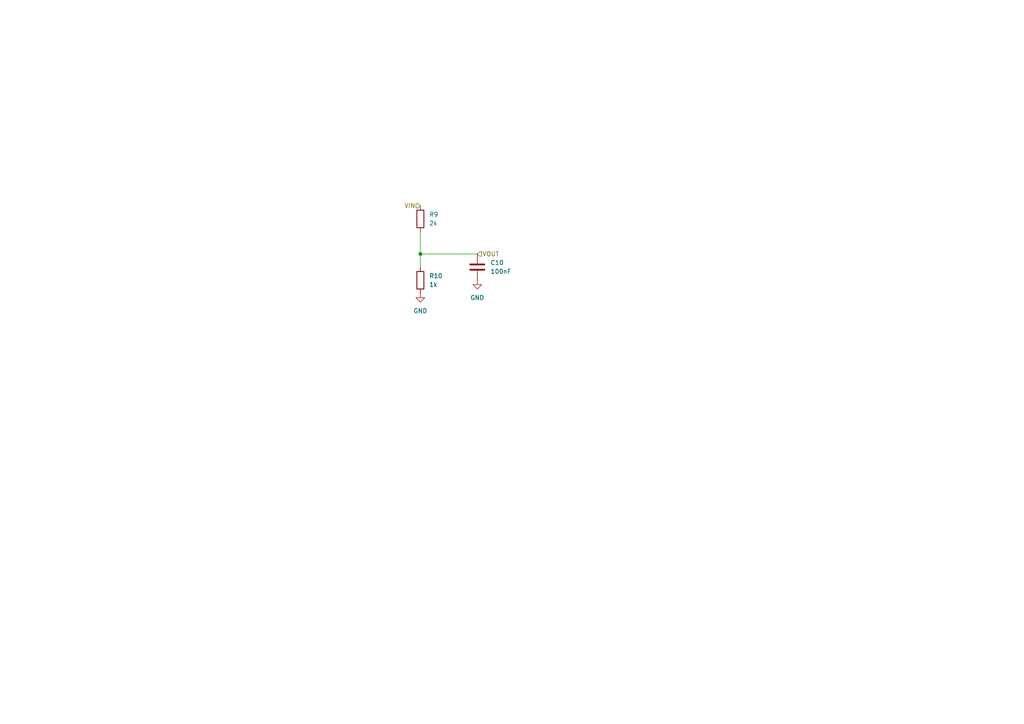
<source format=kicad_sch>
(kicad_sch (version 20231120) (generator "eeschema") (generator_version "8.0")
  (paper "A4")
  (lib_symbols
    (symbol "Device:C" (pin_numbers hide) (pin_names (offset 0.254))
      (property "Reference" "C" (at 0.635 2.54 0))
      (property "Value" "C" (at 0.635 -2.54 0))
      (symbol "C_0_1"
        (polyline (pts (xy -2.032 -0.762) (xy 2.032 -0.762)) (stroke (width 0.508)))
        (polyline (pts (xy -2.032 0.762) (xy 2.032 0.762)) (stroke (width 0.508)))
      )
      (symbol "C_1_1"
        (pin passive line (at 0 3.81 270) (length 2.794) (name "~") (number "1"))
        (pin passive line (at 0 -3.81 90) (length 2.794) (name "~") (number "2"))
      )
    )
    (symbol "Device:R" (pin_numbers hide) (pin_names (offset 0))
      (property "Reference" "R" (at 2.032 0 90))
      (property "Value" "R" (at 0 0 90))
      (symbol "R_0_1"
        (rectangle (start -1.016 -2.54) (end 1.016 2.54) (stroke (width 0.254)))
      )
      (symbol "R_1_1"
        (pin passive line (at 0 3.81 270) (length 1.27) (name "~") (number "1"))
        (pin passive line (at 0 -3.81 90) (length 1.27) (name "~") (number "2"))
      )
    )
    (symbol "power:GND" (power) (pin_numbers hide) (pin_names (offset 0) hide)
      (property "Value" "GND" (at 0 -3.81 0))
      (symbol "GND_0_1"
        (polyline (pts (xy 0 0) (xy 0 -1.27) (xy 1.27 -1.27) (xy 0 -2.54) (xy -1.27 -1.27) (xy 0 -1.27)))
      )
      (symbol "GND_1_1"
        (pin power_in line (at 0 0 270) (length 0) (name "~") (number "1"))
      )
    )
  )
  (junction (at 121.92 73.66))
  (wire (pts (xy 121.92 67.31) (xy 121.92 73.66)))
  (wire (pts (xy 121.92 73.66) (xy 121.92 77.47)))
  (wire (pts (xy 121.92 73.66) (xy 138.43 73.66)))
  (hierarchical_label "VIN" (shape input) (at 121.92 59.69 180))
  (hierarchical_label "VOUT" (shape input) (at 138.43 73.66 0))
  (symbol (lib_id "power:GND") (at 121.92 85.09 0) (unit 1)
    (property "Reference" "#PWR025" (effects (hide yes)))
    (property "Value" "GND" (at 121.92 90.17 0))
    (property "Description" "Power symbol creates a global label with name \"GND\" , ground" (effects (hide yes)))
  )
  (symbol (lib_id "power:GND") (at 138.43 81.28 0) (unit 1)
    (property "Reference" "#PWR028" (effects (hide yes)))
    (property "Value" "GND" (at 138.43 86.36 0))
    (property "Description" "Power symbol creates a global label with name \"GND\" , ground" (effects (hide yes)))
  )
  (symbol (lib_id "Device:R") (at 121.92 81.28 0) (unit 1)
    (property "Reference" "R10" (at 124.46 80.0099 0) (effects (justify left)))
    (property "Value" "1k" (at 124.46 82.5499 0) (effects (justify left)))
    (property "Footprint" "Resistor_SMD:R_0603_1608Metric" (effects (hide yes)))
    (property "Description" "Resistor" (effects (hide yes)))
  )
  (symbol (lib_id "Device:R") (at 121.92 63.5 0) (unit 1)
    (property "Reference" "R9" (at 124.46 62.2299 0) (effects (justify left)))
    (property "Value" "2k" (at 124.46 64.7699 0) (effects (justify left)))
    (property "Footprint" "Resistor_SMD:R_0603_1608Metric" (effects (hide yes)))
    (property "Description" "Resistor" (effects (hide yes)))
  )
  (symbol (lib_id "Device:C") (at 138.43 77.47 0) (unit 1)
    (property "Reference" "C10" (at 142.24 76.1999 0) (effects (justify left)))
    (property "Value" "100nF" (at 142.24 78.7399 0) (effects (justify left)))
    (property "Description" "Unpolarized capacitor" (effects (hide yes)))
  )
)
</source>
